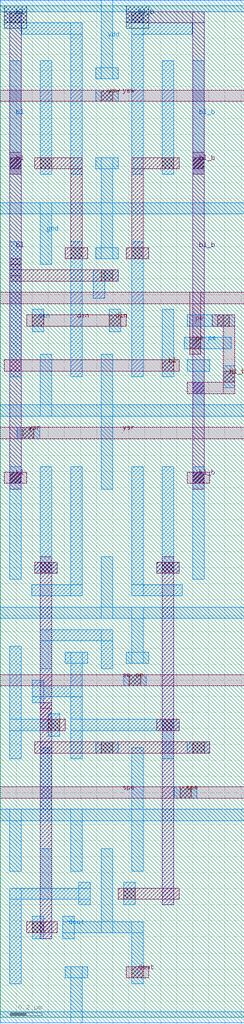
<source format=lef>
VERSION 5.8 ;
BUSBITCHARS "[]" ;
DIVIDERCHAR "/" ;

UNITS
  DATABASE MICRONS 2000 ;
END UNITS

MANUFACTURINGGRID 0.0025 ;

LAYER active
  TYPE MASTERSLICE ;
END active

LAYER pwell
  TYPE MASTERSLICE ;
END pwell

LAYER nwell
  TYPE MASTERSLICE ;
END nwell

LAYER nimplant
  TYPE MASTERSLICE ;
END nimplant

LAYER pimplant
  TYPE MASTERSLICE ;
END pimplant

LAYER vtg
  TYPE MASTERSLICE ;
END vtg

LAYER vth
  TYPE MASTERSLICE ;
END vth

LAYER thkox
  TYPE MASTERSLICE ;
END thkox

LAYER ploy
  TYPE MASTERSLICE ;
END ploy

LAYER contact
  TYPE CUT ;
  SPACING 0.075 ;
END contact

LAYER metal1
  TYPE ROUTING ;
  DIRECTION HORIZONTAL ;
  PITCH 0.19 0.14 ;
  WIDTH 0.065 ;
  OFFSET 0.095 0 ;
  SPACINGTABLE
    PARALLELRUNLENGTH 0
    WIDTH 0 0.065 ;
  RESISTANCE RPERSQ 0.38 ;
  CAPACITANCE CPERSQDIST 7.7161e-05 ;
  HEIGHT 0.37 ;
  THICKNESS 0.13 ;
  EDGECAPACITANCE 2.7365e-05 ;
END metal1

LAYER via1
  TYPE CUT ;
  SPACING 0.075 ;
  WIDTH 0.065 ;
  RESISTANCE 5 ;
END via1

LAYER metal2
  TYPE ROUTING ;
  DIRECTION VERTICAL ;
  PITCH 0.19 0.14 ;
  WIDTH 0.07 ;
  OFFSET 0.095 0 ;
  SPACINGTABLE
    PARALLELRUNLENGTH 0 0.3 0.9 1.8 2.7 4
    WIDTH 0 0.07 0.07 0.07 0.07 0.07 0.07
    WIDTH 0.09 0.07 0.09 0.09 0.09 0.09 0.09
    WIDTH 0.27 0.07 0.09 0.27 0.27 0.27 0.27
    WIDTH 0.5 0.07 0.09 0.27 0.5 0.5 0.5
    WIDTH 0.9 0.07 0.09 0.27 0.5 0.9 0.9
    WIDTH 1.5 0.07 0.09 0.27 0.5 0.9 1.5 ;
  RESISTANCE RPERSQ 0.25 ;
  CAPACITANCE CPERSQDIST 4.0896e-05 ;
  HEIGHT 0.62 ;
  THICKNESS 0.14 ;
  EDGECAPACITANCE 2.5157e-05 ;
END metal2

LAYER via2
  TYPE CUT ;
  SPACING 0.085 ;
  WIDTH 0.07 ;
  RESISTANCE 5 ;
END via2

LAYER metal3
  TYPE ROUTING ;
  DIRECTION HORIZONTAL ;
  PITCH 0.19 0.14 ;
  WIDTH 0.07 ;
  OFFSET 0.095 0.07 ;
  SPACINGTABLE
    PARALLELRUNLENGTH 0 0.3 0.9 1.8 2.7 4
    WIDTH 0 0.07 0.07 0.07 0.07 0.07 0.07
    WIDTH 0.09 0.07 0.09 0.09 0.09 0.09 0.09
    WIDTH 0.27 0.07 0.09 0.27 0.27 0.27 0.27
    WIDTH 0.5 0.07 0.09 0.27 0.5 0.5 0.5
    WIDTH 0.9 0.07 0.09 0.27 0.5 0.9 0.9
    WIDTH 1.5 0.07 0.09 0.27 0.5 0.9 1.5 ;
  RESISTANCE RPERSQ 0.25 ;
  CAPACITANCE CPERSQDIST 2.7745e-05 ;
  HEIGHT 0.88 ;
  THICKNESS 0.14 ;
  EDGECAPACITANCE 2.5157e-05 ;
END metal3

LAYER via3
  TYPE CUT ;
  SPACING 0.085 ;
  WIDTH 0.07 ;
  RESISTANCE 5 ;
END via3

LAYER metal4
  TYPE ROUTING ;
  DIRECTION VERTICAL ;
  PITCH 0.285 0.28 ;
  WIDTH 0.14 ;
  OFFSET 0.285 0.21 ;
  SPACINGTABLE
    PARALLELRUNLENGTH 0 0.9 1.8 2.7 4
    WIDTH 0 0.14 0.14 0.14 0.14 0.14
    WIDTH 0.27 0.14 0.27 0.27 0.27 0.27
    WIDTH 0.5 0.14 0.27 0.5 0.5 0.5
    WIDTH 0.9 0.14 0.27 0.5 0.9 0.9
    WIDTH 1.5 0.14 0.27 0.5 0.9 1.5 ;
  RESISTANCE RPERSQ 0.21 ;
  CAPACITANCE CPERSQDIST 2.0743e-05 ;
  HEIGHT 1.14 ;
  THICKNESS 0.28 ;
  EDGECAPACITANCE 3.0908e-05 ;
END metal4

LAYER via4
  TYPE CUT ;
  SPACING 0.16 ;
  WIDTH 0.14 ;
  RESISTANCE 3 ;
END via4

LAYER metal5
  TYPE ROUTING ;
  DIRECTION HORIZONTAL ;
  PITCH 0.285 0.28 ;
  WIDTH 0.14 ;
  OFFSET 0.285 0.21 ;
  SPACINGTABLE
    PARALLELRUNLENGTH 0 0.9 1.8 2.7 4
    WIDTH 0 0.14 0.14 0.14 0.14 0.14
    WIDTH 0.27 0.14 0.27 0.27 0.27 0.27
    WIDTH 0.5 0.14 0.27 0.5 0.5 0.5
    WIDTH 0.9 0.14 0.27 0.5 0.9 0.9
    WIDTH 1.5 0.14 0.27 0.5 0.9 1.5 ;
  RESISTANCE RPERSQ 0.21 ;
  CAPACITANCE CPERSQDIST 1.3527e-05 ;
  HEIGHT 1.71 ;
  THICKNESS 0.28 ;
  EDGECAPACITANCE 2.3863e-06 ;
END metal5

LAYER via5
  TYPE CUT ;
  SPACING 0.16 ;
  WIDTH 0.14 ;
  RESISTANCE 3 ;
END via5

LAYER metal6
  TYPE ROUTING ;
  DIRECTION VERTICAL ;
  PITCH 0.285 0.28 ;
  WIDTH 0.14 ;
  OFFSET 0.285 0.21 ;
  SPACINGTABLE
    PARALLELRUNLENGTH 0 0.9 1.8 2.7 4
    WIDTH 0 0.14 0.14 0.14 0.14 0.14
    WIDTH 0.27 0.14 0.27 0.27 0.27 0.27
    WIDTH 0.5 0.14 0.27 0.5 0.5 0.5
    WIDTH 0.9 0.14 0.27 0.5 0.9 0.9
    WIDTH 1.5 0.14 0.27 0.5 0.9 1.5 ;
  RESISTANCE RPERSQ 0.21 ;
  CAPACITANCE CPERSQDIST 1.0036e-05 ;
  HEIGHT 2.28 ;
  THICKNESS 0.28 ;
  EDGECAPACITANCE 2.3863e-05 ;
END metal6

LAYER via6
  TYPE CUT ;
  SPACING 0.16 ;
  WIDTH 0.14 ;
  RESISTANCE 3 ;
END via6

LAYER metal7
  TYPE ROUTING ;
  DIRECTION HORIZONTAL ;
  PITCH 0.855 0.855 ;
  WIDTH 0.4 ;
  OFFSET 0.855 0.07 ;
  SPACINGTABLE
    PARALLELRUNLENGTH 0 1.8 2.7 4
    WIDTH 0 0.4 0.4 0.4 0.4
    WIDTH 0.5 0.4 0.5 0.5 0.5
    WIDTH 0.9 0.4 0.5 0.9 0.9
    WIDTH 1.5 0.4 0.5 0.9 1.5 ;
  RESISTANCE RPERSQ 0.075 ;
  CAPACITANCE CPERSQDIST 7.9771e-06 ;
  HEIGHT 2.85 ;
  THICKNESS 0.8 ;
  EDGECAPACITANCE 3.2577e-05 ;
END metal7

LAYER via7
  TYPE CUT ;
  SPACING 0.44 ;
  WIDTH 0.4 ;
  RESISTANCE 1 ;
END via7

LAYER metal8
  TYPE ROUTING ;
  DIRECTION VERTICAL ;
  PITCH 0.855 0.855 ;
  WIDTH 0.4 ;
  OFFSET 0.095 0.07 ;
  SPACINGTABLE
    PARALLELRUNLENGTH 0 1.8 2.7 4
    WIDTH 0 0.4 0.4 0.4 0.4
    WIDTH 0.5 0.4 0.5 0.5 0.5
    WIDTH 0.9 0.4 0.5 0.9 0.9
    WIDTH 1.5 0.4 0.5 0.9 1.5 ;
  RESISTANCE RPERSQ 0.075 ;
  CAPACITANCE CPERSQDIST 5.0391e-06 ;
  HEIGHT 4.47 ;
  THICKNESS 0.8 ;
  EDGECAPACITANCE 2.3932e-05 ;
END metal8

LAYER via8
  TYPE CUT ;
  SPACING 0.44 ;
  WIDTH 0.4 ;
  RESISTANCE 1 ;
END via8

LAYER metal9
  TYPE ROUTING ;
  DIRECTION HORIZONTAL ;
  PITCH 1.71 1.71 ;
  WIDTH 0.8 ;
  OFFSET 0.095 0.07 ;
  SPACINGTABLE
    PARALLELRUNLENGTH 0 2.7 4
    WIDTH 0 0.8 0.8 0.8
    WIDTH 0.9 0.8 0.9 0.9
    WIDTH 1.5 0.8 0.9 1.5 ;
  RESISTANCE RPERSQ 0.03 ;
  CAPACITANCE CPERSQDIST 3.6827e-06 ;
  HEIGHT 6.09 ;
  THICKNESS 2 ;
  EDGECAPACITANCE 3.0803e-05 ;
END metal9

LAYER via9
  TYPE CUT ;
  SPACING 0.88 ;
  WIDTH 0.8 ;
  RESISTANCE 0.5 ;
END via9

LAYER metal10
  TYPE ROUTING ;
  DIRECTION VERTICAL ;
  PITCH 1.71 1.71 ;
  WIDTH 0.8 ;
  OFFSET 0.095 0.07 ;
  SPACINGTABLE
    PARALLELRUNLENGTH 0 2.7 4
    WIDTH 0 0.8 0.8 0.8
    WIDTH 0.9 0.8 0.9 0.9
    WIDTH 1.5 0.8 0.9 1.5 ;
  RESISTANCE RPERSQ 0.03 ;
  CAPACITANCE CPERSQDIST 2.2124e-06 ;
  HEIGHT 10.09 ;
  THICKNESS 2 ;
  EDGECAPACITANCE 2.3667e-05 ;
END metal10

LAYER OVERLAP
  TYPE OVERLAP ;
END OVERLAP

VIA via1_HH DEFAULT
  LAYER via1 ;
    RECT -0.035 -0.035 0.035 0.035 ;
  LAYER metal1 ;
    RECT -0.07 -0.035 0.07 0.035 ;
  LAYER metal2 ;
    RECT -0.07 -0.035 0.07 0.035 ;
END via1_HH

VIA via1_HV DEFAULT
  LAYER via1 ;
    RECT -0.035 -0.035 0.035 0.035 ;
  LAYER metal1 ;
    RECT -0.07 -0.035 0.07 0.035 ;
  LAYER metal2 ;
    RECT -0.035 -0.07 0.035 0.07 ;
END via1_HV

VIA via1_VH DEFAULT
  LAYER via1 ;
    RECT -0.035 -0.035 0.035 0.035 ;
  LAYER metal1 ;
    RECT -0.035 -0.07 0.035 0.07 ;
  LAYER metal2 ;
    RECT -0.07 -0.035 0.07 0.035 ;
END via1_VH

VIA via1_VV DEFAULT
  LAYER via1 ;
    RECT -0.035 -0.035 0.035 0.035 ;
  LAYER metal1 ;
    RECT -0.035 -0.07 0.035 0.07 ;
  LAYER metal2 ;
    RECT -0.035 -0.07 0.035 0.07 ;
END via1_VV

VIA via2_HH DEFAULT
  LAYER via2 ;
    RECT -0.035 -0.035 0.035 0.035 ;
  LAYER metal2 ;
    RECT -0.07 -0.035 0.07 0.035 ;
  LAYER metal3 ;
    RECT -0.07 -0.035 0.07 0.035 ;
END via2_HH

VIA via2_HV DEFAULT
  LAYER via2 ;
    RECT -0.035 -0.035 0.035 0.035 ;
  LAYER metal2 ;
    RECT -0.07 -0.035 0.07 0.035 ;
  LAYER metal3 ;
    RECT -0.035 -0.07 0.035 0.07 ;
END via2_HV

VIA via3_H DEFAULT
  LAYER via3 ;
    RECT -0.035 -0.035 0.035 0.035 ;
  LAYER metal3 ;
    RECT -0.07 -0.035 0.07 0.035 ;
  LAYER metal4 ;
    RECT -0.07 -0.07 0.07 0.07 ;
END via3_H

VIA via3_V DEFAULT
  LAYER via3 ;
    RECT -0.035 -0.035 0.035 0.035 ;
  LAYER metal3 ;
    RECT -0.035 -0.07 0.035 0.07 ;
  LAYER metal4 ;
    RECT -0.07 -0.07 0.07 0.07 ;
END via3_V

VIA via4 DEFAULT
  LAYER via4 ;
    RECT -0.07 -0.07 0.07 0.07 ;
  LAYER metal4 ;
    RECT -0.07 -0.07 0.07 0.07 ;
  LAYER metal5 ;
    RECT -0.07 -0.07 0.07 0.07 ;
END via4

VIA via5 DEFAULT
  LAYER via5 ;
    RECT -0.07 -0.07 0.07 0.07 ;
  LAYER metal5 ;
    RECT -0.07 -0.07 0.07 0.07 ;
  LAYER metal6 ;
    RECT -0.07 -0.07 0.07 0.07 ;
END via5

VIA via6 DEFAULT
  LAYER via6 ;
    RECT -0.07 -0.07 0.07 0.07 ;
  LAYER metal6 ;
    RECT -0.07 -0.07 0.07 0.07 ;
  LAYER metal7 ;
    RECT -0.2 -0.2 0.2 0.2 ;
END via6

VIA via7 DEFAULT
  LAYER via7 ;
    RECT -0.2 -0.2 0.2 0.2 ;
  LAYER metal7 ;
    RECT -0.2 -0.2 0.2 0.2 ;
  LAYER metal8 ;
    RECT -0.2 -0.2 0.2 0.2 ;
END via7

VIA via8 DEFAULT
  LAYER via8 ;
    RECT -0.2 -0.2 0.2 0.2 ;
  LAYER metal8 ;
    RECT -0.2 -0.2 0.2 0.2 ;
  LAYER metal9 ;
    RECT -0.4 -0.4 0.4 0.4 ;
END via8

VIA via9 DEFAULT
  LAYER via9 ;
    RECT -0.4 -0.4 0.4 0.4 ;
  LAYER metal9 ;
    RECT -0.4 -0.4 0.4 0.4 ;
  LAYER metal10 ;
    RECT -0.4 -0.4 0.4 0.4 ;
END via9

SITE CoreSite
  CLASS CORE ;
  SYMMETRY X Y ;
  SIZE 0.19 BY 1.26 ;
END CoreSite

MACRO inverter
  CLASS CORE ;
  ORIGIN 0 0 ;
  FOREIGN inverter 0 0 ;
  SIZE 0.38 BY 1.26 ;
  SYMMETRY X Y ;
  SITE CoreSite ;
  PIN out
    DIRECTION OUTPUT ;
    USE SIGNAL ;
    PORT
      LAYER metal1 ;
        RECT 0.25 0.21 0.32 1.05 ;
      LAYER metal2 ;
        RECT 0.25 0.84 0.32 0.98 ;
      LAYER metal3 ;
        RECT 0.215 0.875 0.355 0.945 ;
      LAYER via2 ;
        RECT 0.25 0.875 0.32 0.945 ;
      LAYER via1 ;
        RECT 0.25 0.875 0.32 0.945 ;
    END
  END out
  PIN vdd
    DIRECTION INOUT ;
    USE POWER ;
    SHAPE ABUTMENT ;
    PORT
      LAYER metal1 ;
        RECT 0 1.225 0.38 1.295 ;
        RECT 0.06 0.91 0.13 1.295 ;
    END
  END vdd
  PIN gnd
    DIRECTION INOUT ;
    USE GROUND ;
    SHAPE ABUTMENT ;
    PORT
      LAYER metal1 ;
        RECT 0 -0.035 0.38 0.035 ;
        RECT 0.06 -0.035 0.13 0.35 ;
    END
  END gnd
  PIN in
    DIRECTION INPUT ;
    USE SIGNAL ;
    PORT
      LAYER metal1 ;
        RECT 0.115 0.42 0.185 0.56 ;
      LAYER metal2 ;
        RECT 0.115 0.42 0.185 0.56 ;
      LAYER metal3 ;
        RECT 0.08 0.455 0.22 0.525 ;
      LAYER via2 ;
        RECT 0.115 0.455 0.185 0.525 ;
      LAYER via1 ;
        RECT 0.115 0.455 0.185 0.525 ;
    END
  END in
END inverter

MACRO nand2
  CLASS CORE ;
  ORIGIN 0 0 ;
  FOREIGN nand2 0 0 ;
  SIZE 0.57 BY 1.26 ;
  SYMMETRY X Y ;
  SITE CoreSite ;
  PIN out
    DIRECTION OUTPUT ;
    USE SIGNAL ;
    PORT
      LAYER metal1 ;
        RECT 0.44 0.21 0.51 0.35 ;
        RECT 0.215 0.245 0.51 0.315 ;
        RECT 0.25 0.245 0.32 1.05 ;
      LAYER metal2 ;
        RECT 0.215 0.245 0.355 0.315 ;
      LAYER metal3 ;
        RECT 0.215 0.245 0.355 0.315 ;
      LAYER via2 ;
        RECT 0.25 0.245 0.32 0.315 ;
      LAYER via1 ;
        RECT 0.25 0.245 0.32 0.315 ;
    END
  END out
  PIN gnd
    DIRECTION INOUT ;
    USE GROUND ;
    SHAPE ABUTMENT ;
    PORT
      LAYER metal1 ;
        RECT 0 -0.035 0.57 0.035 ;
        RECT 0.06 -0.035 0.13 0.35 ;
    END
  END gnd
  PIN in_0
    DIRECTION INPUT ;
    USE SIGNAL ;
    PORT
      LAYER metal1 ;
        RECT 0.115 0.42 0.185 0.56 ;
      LAYER metal2 ;
        RECT 0.115 0.455 0.355 0.525 ;
        RECT 0.115 0.42 0.185 0.56 ;
      LAYER metal3 ;
        RECT 0.215 0.455 0.355 0.525 ;
      LAYER via2 ;
        RECT 0.25 0.455 0.32 0.525 ;
      LAYER via1 ;
        RECT 0.115 0.455 0.185 0.525 ;
    END
  END in_0
  PIN in_1
    DIRECTION INPUT ;
    USE SIGNAL ;
    PORT
      LAYER metal1 ;
        RECT 0.385 0.7 0.455 0.84 ;
      LAYER metal2 ;
        RECT 0.385 0.7 0.455 0.84 ;
        RECT 0.215 0.735 0.455 0.805 ;
      LAYER metal3 ;
        RECT 0.215 0.735 0.355 0.805 ;
      LAYER via2 ;
        RECT 0.25 0.735 0.32 0.805 ;
      LAYER via1 ;
        RECT 0.385 0.735 0.455 0.805 ;
    END
  END in_1
  PIN vdd
    DIRECTION INOUT ;
    USE POWER ;
    SHAPE ABUTMENT ;
    PORT
      LAYER metal1 ;
        RECT 0 1.225 0.57 1.295 ;
        RECT 0.44 0.91 0.51 1.295 ;
        RECT 0.06 0.91 0.13 1.295 ;
    END
  END vdd
END nand2

MACRO nor2
  CLASS CORE ;
  ORIGIN 0 0 ;
  FOREIGN nor2 0 0 ;
  SIZE 0.57 BY 1.26 ;
  SYMMETRY X Y ;
  SITE CoreSite ;
  PIN gnd
    DIRECTION INOUT ;
    USE GROUND ;
    SHAPE ABUTMENT ;
    PORT
      LAYER metal1 ;
        RECT 0 -0.035 0.57 0.035 ;
        RECT 0.44 -0.035 0.51 0.35 ;
        RECT 0.06 -0.035 0.13 0.35 ;
    END
  END gnd
  PIN in_1
    DIRECTION INPUT ;
    USE SIGNAL ;
    PORT
      LAYER metal1 ;
        RECT 0.385 0.7 0.455 0.84 ;
      LAYER metal2 ;
        RECT 0.385 0.7 0.455 0.84 ;
        RECT 0.215 0.735 0.455 0.805 ;
      LAYER metal3 ;
        RECT 0.215 0.735 0.355 0.805 ;
      LAYER via2 ;
        RECT 0.25 0.735 0.32 0.805 ;
      LAYER via1 ;
        RECT 0.385 0.735 0.455 0.805 ;
    END
  END in_1
  PIN out
    DIRECTION OUTPUT ;
    USE SIGNAL ;
    PORT
      LAYER metal1 ;
        RECT 0.44 0.91 0.51 1.05 ;
        RECT 0.25 0.945 0.51 1.015 ;
        RECT 0.25 0.21 0.32 1.015 ;
      LAYER metal2 ;
        RECT 0.215 0.245 0.355 0.315 ;
      LAYER metal3 ;
        RECT 0.215 0.245 0.355 0.315 ;
      LAYER via2 ;
        RECT 0.25 0.245 0.32 0.315 ;
      LAYER via1 ;
        RECT 0.25 0.245 0.32 0.315 ;
    END
  END out
  PIN vdd
    DIRECTION INOUT ;
    USE POWER ;
    SHAPE ABUTMENT ;
    PORT
      LAYER metal1 ;
        RECT 0 1.225 0.57 1.295 ;
        RECT 0.06 0.91 0.13 1.295 ;
    END
  END vdd
  PIN in_0
    DIRECTION INPUT ;
    USE SIGNAL ;
    PORT
      LAYER metal1 ;
        RECT 0.115 0.42 0.185 0.56 ;
      LAYER metal2 ;
        RECT 0.115 0.455 0.355 0.525 ;
        RECT 0.115 0.42 0.185 0.56 ;
      LAYER metal3 ;
        RECT 0.215 0.455 0.355 0.525 ;
      LAYER via2 ;
        RECT 0.25 0.455 0.32 0.525 ;
      LAYER via1 ;
        RECT 0.115 0.455 0.185 0.525 ;
    END
  END in_0
END nor2

MACRO buffer
  CLASS CORE ;
  ORIGIN 0 0 ;
  FOREIGN buffer 0 0 ;
  SIZE 0.57 BY 1.26 ;
  SYMMETRY X Y ;
  SITE CoreSite ;
  PIN vdd
    DIRECTION INOUT ;
    USE POWER ;
    SHAPE ABUTMENT ;
    PORT
      LAYER metal1 ;
        RECT 0 1.225 0.57 1.295 ;
        RECT 0.215 0.945 0.355 1.015 ;
        RECT 0.25 0.945 0.32 1.295 ;
    END
  END vdd
  PIN gnd
    DIRECTION INOUT ;
    USE GROUND ;
    SHAPE ABUTMENT ;
    PORT
      LAYER metal1 ;
        RECT 0 -0.035 0.57 0.035 ;
        RECT 0.215 0.245 0.355 0.315 ;
        RECT 0.25 -0.035 0.32 0.315 ;
    END
  END gnd
  PIN in
    DIRECTION INPUT ;
    USE SIGNAL ;
    PORT
      LAYER metal1 ;
        RECT 0.115 0.56 0.185 0.7 ;
      LAYER metal2 ;
        RECT 0.115 0.56 0.185 0.7 ;
      LAYER metal3 ;
        RECT 0.08 0.595 0.22 0.665 ;
      LAYER via2 ;
        RECT 0.115 0.595 0.185 0.665 ;
      LAYER via1 ;
        RECT 0.115 0.595 0.185 0.665 ;
    END
  END in
  PIN out
    DIRECTION OUTPUT ;
    USE SIGNAL ;
    PORT
      LAYER metal1 ;
        RECT 0.44 0.21 0.51 1.05 ;
      LAYER metal2 ;
        RECT 0.44 0.77 0.51 0.91 ;
      LAYER metal3 ;
        RECT 0.405 0.805 0.545 0.875 ;
      LAYER via2 ;
        RECT 0.44 0.805 0.51 0.875 ;
      LAYER via1 ;
        RECT 0.44 0.805 0.51 0.875 ;
    END
  END out
  OBS
    LAYER metal1 ;
      RECT 0.06 0.805 0.13 1.05 ;
      RECT 0.06 0.805 0.375 0.875 ;
      RECT 0.305 0.385 0.375 0.875 ;
      RECT 0.06 0.385 0.375 0.455 ;
      RECT 0.06 0.21 0.13 0.455 ;
  END
END buffer

MACRO xor2
  CLASS CORE ;
  ORIGIN 0 0 ;
  FOREIGN xor2 0 0 ;
  SIZE 1.33 BY 1.26 ;
  SYMMETRY X Y ;
  SITE CoreSite ;
  PIN in_1
    DIRECTION INPUT ;
    USE SIGNAL ;
    PORT
      LAYER metal1 ;
        RECT 0.765 0.665 0.905 0.735 ;
        RECT 0.36 0.63 0.43 0.77 ;
      LAYER metal2 ;
        RECT 0.325 0.665 0.905 0.735 ;
        RECT 0.82 0.665 0.89 0.84 ;
      LAYER metal3 ;
        RECT 0.785 0.735 0.925 0.805 ;
      LAYER via2 ;
        RECT 0.82 0.735 0.89 0.805 ;
      LAYER via1 ;
        RECT 0.36 0.665 0.43 0.735 ;
        RECT 0.8 0.665 0.87 0.735 ;
    END
  END in_1
  PIN in_0
    DIRECTION INPUT ;
    USE SIGNAL ;
    PORT
      LAYER metal1 ;
        RECT 0.495 0.49 0.565 0.63 ;
        RECT 0.115 0.49 0.185 0.63 ;
      LAYER metal2 ;
        RECT 0.08 0.525 0.6 0.595 ;
        RECT 0.44 0.42 0.51 0.595 ;
      LAYER metal3 ;
        RECT 0.405 0.455 0.545 0.525 ;
      LAYER via2 ;
        RECT 0.44 0.455 0.51 0.525 ;
      LAYER via1 ;
        RECT 0.115 0.525 0.185 0.595 ;
        RECT 0.495 0.525 0.565 0.595 ;
    END
  END in_0
  PIN out
    DIRECTION OUTPUT ;
    USE SIGNAL ;
    PORT
      LAYER metal1 ;
        RECT 1.01 0.665 1.27 0.735 ;
        RECT 1.2 0.21 1.27 0.735 ;
        RECT 1.01 0.665 1.08 1.05 ;
        RECT 0.06 0.21 0.13 0.385 ;
      LAYER metal2 ;
        RECT 1.2 0.245 1.27 0.385 ;
        RECT 0.06 0.245 1.27 0.315 ;
        RECT 1.01 0.245 1.08 0.42 ;
        RECT 0.06 0.245 0.13 0.385 ;
      LAYER metal3 ;
        RECT 0.975 0.315 1.115 0.385 ;
      LAYER via2 ;
        RECT 1.01 0.315 1.08 0.385 ;
      LAYER via1 ;
        RECT 0.06 0.28 0.13 0.35 ;
        RECT 1.2 0.28 1.27 0.35 ;
    END
  END out
  PIN gnd
    DIRECTION INOUT ;
    USE GROUND ;
    SHAPE ABUTMENT ;
    PORT
      LAYER metal1 ;
        RECT 0 -0.035 1.33 0.035 ;
        RECT 1.01 -0.035 1.08 0.35 ;
        RECT 0.82 -0.035 0.89 0.35 ;
        RECT 0.44 -0.035 0.51 0.35 ;
    END
  END gnd
  PIN vdd
    DIRECTION INOUT ;
    USE POWER ;
    SHAPE ABUTMENT ;
    PORT
      LAYER metal1 ;
        RECT 0 1.225 1.33 1.295 ;
        RECT 0.44 0.91 0.51 1.295 ;
        RECT 0.06 0.91 0.13 1.295 ;
    END
  END vdd
  OBS
    LAYER metal1 ;
      RECT 0.63 0.945 0.925 1.015 ;
      RECT 0.63 0.21 0.7 1.015 ;
      RECT 0.63 0.525 1.135 0.595 ;
      RECT 1.2 0.91 1.27 1.05 ;
      RECT 0.25 0.875 0.32 1.05 ;
    LAYER metal2 ;
      RECT 0.215 0.945 1.305 1.015 ;
    LAYER via1 ;
      RECT 1.2 0.945 1.27 1.015 ;
      RECT 0.25 0.945 0.32 1.015 ;
  END
END xor2

MACRO mux_2_1
  CLASS CORE ;
  ORIGIN 0 0 ;
  FOREIGN mux_2_1 0 0 ;
  SIZE 1.71 BY 1.26 ;
  SYMMETRY X Y ;
  SITE CoreSite ;
  PIN out
    DIRECTION OUTPUT ;
    USE SIGNAL ;
    PORT
      LAYER metal1 ;
        RECT 1.58 0.21 1.65 0.35 ;
        RECT 1.39 0.245 1.65 0.315 ;
        RECT 1.39 0.21 1.46 1.05 ;
      LAYER metal2 ;
        RECT 1.39 0.21 1.46 0.42 ;
      LAYER metal3 ;
        RECT 1.355 0.315 1.495 0.385 ;
      LAYER via2 ;
        RECT 1.39 0.315 1.46 0.385 ;
      LAYER via1 ;
        RECT 1.39 0.245 1.46 0.315 ;
    END
  END out
  PIN gnd
    DIRECTION INOUT ;
    USE GROUND ;
    SHAPE ABUTMENT ;
    PORT
      LAYER metal1 ;
        RECT 0 -0.035 1.71 0.035 ;
        RECT 1.165 0.245 1.305 0.315 ;
        RECT 1.2 -0.035 1.27 0.315 ;
        RECT 0.25 -0.035 0.32 0.35 ;
    END
  END gnd
  PIN s
    DIRECTION INPUT ;
    USE SIGNAL ;
    PORT
      LAYER metal1 ;
        RECT 0.215 0.805 0.355 0.875 ;
      LAYER metal2 ;
        RECT 0.25 0.77 0.32 0.91 ;
      LAYER metal3 ;
        RECT 0.215 0.805 0.355 0.875 ;
      LAYER via2 ;
        RECT 0.25 0.805 0.32 0.875 ;
      LAYER via1 ;
        RECT 0.25 0.805 0.32 0.875 ;
    END
  END s
  PIN in_0
    DIRECTION INPUT ;
    USE SIGNAL ;
    PORT
      LAYER metal1 ;
        RECT 0.805 0.665 0.945 0.735 ;
      LAYER metal2 ;
        RECT 0.805 0.665 1.08 0.735 ;
        RECT 1.01 0.56 1.08 0.735 ;
      LAYER metal3 ;
        RECT 0.975 0.595 1.115 0.665 ;
      LAYER via2 ;
        RECT 1.01 0.595 1.08 0.665 ;
      LAYER via1 ;
        RECT 0.84 0.665 0.91 0.735 ;
    END
  END in_0
  PIN vdd
    DIRECTION INOUT ;
    USE POWER ;
    SHAPE ABUTMENT ;
    PORT
      LAYER metal1 ;
        RECT 0 1.225 1.71 1.295 ;
        RECT 1.545 0.945 1.685 1.015 ;
        RECT 1.58 0.945 1.65 1.295 ;
        RECT 1.2 0.91 1.27 1.295 ;
        RECT 0.82 0.91 0.89 1.295 ;
        RECT 0.595 0.945 0.735 1.015 ;
        RECT 0.63 0.945 0.7 1.295 ;
        RECT 0.215 0.945 0.355 1.015 ;
        RECT 0.25 0.945 0.32 1.295 ;
    END
  END vdd
  PIN in_1
    DIRECTION INPUT ;
    USE SIGNAL ;
    PORT
      LAYER metal1 ;
        RECT 0.495 0.49 0.565 0.63 ;
      LAYER metal2 ;
        RECT 0.46 0.525 0.7 0.595 ;
        RECT 0.63 0.42 0.7 0.595 ;
      LAYER metal3 ;
        RECT 0.595 0.455 0.735 0.525 ;
      LAYER via2 ;
        RECT 0.63 0.455 0.7 0.525 ;
      LAYER via1 ;
        RECT 0.495 0.525 0.565 0.595 ;
    END
  END in_1
  OBS
    LAYER metal1 ;
      RECT 1.01 0.525 1.08 1.05 ;
      RECT 1.255 0.525 1.325 0.77 ;
      RECT 0.82 0.525 1.325 0.595 ;
      RECT 0.82 0.21 0.89 0.595 ;
      RECT 0.44 0.805 0.51 1.05 ;
      RECT 0.44 0.805 0.7 0.875 ;
      RECT 0.63 0.21 0.7 0.875 ;
      RECT 1.525 0.805 1.665 0.875 ;
      RECT 1.02 0.385 1.16 0.455 ;
      RECT 0.06 0.21 0.13 1.05 ;
    LAYER metal2 ;
      RECT 1.055 0.245 1.125 0.49 ;
      RECT 0.06 0.245 0.13 0.49 ;
      RECT 0.06 0.245 1.125 0.315 ;
      RECT 0.56 0.805 1.665 0.875 ;
    LAYER via1 ;
      RECT 1.56 0.805 1.63 0.875 ;
      RECT 1.055 0.385 1.125 0.455 ;
      RECT 0.595 0.805 0.665 0.875 ;
      RECT 0.06 0.385 0.13 0.455 ;
  END
END mux_2_1

MACRO dcim_bitcell
  CLASS CORE ;
  ORIGIN 0 0 ;
  FOREIGN dcim_bitcell 0 0 ;
  SIZE 1.52 BY 1.26 ;
  SYMMETRY X Y ;
  SITE CoreSite ;
  PIN gnd
    DIRECTION INOUT ;
    USE GROUND ;
    SHAPE ABUTMENT ;
    PORT
      LAYER metal1 ;
        RECT 0 -0.035 1.52 0.035 ;
        RECT 1.39 -0.035 1.46 0.35 ;
        RECT 1.01 -0.035 1.08 0.35 ;
        RECT 0.44 -0.035 0.51 0.35 ;
    END
  END gnd
  PIN wl
    DIRECTION INPUT ;
    USE SIGNAL ;
    PORT
      LAYER metal1 ;
        RECT 0.785 0.525 0.925 0.595 ;
        RECT 0.06 0.49 0.13 0.63 ;
      LAYER metal2 ;
        RECT 0 1.085 1.52 1.155 ;
        RECT 0.82 0.49 0.89 1.155 ;
        RECT 0.06 0.49 0.13 1.155 ;
      LAYER via1 ;
        RECT 0.06 0.525 0.13 0.595 ;
        RECT 0.82 0.525 0.89 0.595 ;
    END
  END wl
  PIN bl
    DIRECTION INOUT ;
    USE SIGNAL ;
    PORT
      LAYER metal3 ;
        RECT 0.025 0.245 0.165 0.315 ;
      LAYER metal4 ;
        RECT 0.025 0 0.165 1.26 ;
      LAYER metal1 ;
        RECT 0.06 0.21 0.13 0.35 ;
      LAYER metal2 ;
        RECT 0.025 0.245 0.165 0.315 ;
      LAYER via3 ;
        RECT 0.06 0.245 0.13 0.315 ;
      LAYER via2 ;
        RECT 0.06 0.245 0.13 0.315 ;
      LAYER via1 ;
        RECT 0.06 0.245 0.13 0.315 ;
    END
  END bl
  PIN vdd
    DIRECTION INOUT ;
    USE POWER ;
    SHAPE ABUTMENT ;
    PORT
      LAYER metal1 ;
        RECT 0 1.225 1.52 1.295 ;
        RECT 1.01 0.91 1.08 1.295 ;
        RECT 0.405 0.945 0.545 1.015 ;
        RECT 0.44 0.945 0.51 1.295 ;
    END
  END vdd
  PIN bl_b
    DIRECTION INOUT ;
    USE SIGNAL ;
    PORT
      LAYER metal3 ;
        RECT 0.785 0.245 0.925 0.315 ;
      LAYER metal4 ;
        RECT 0.785 0 0.925 1.26 ;
      LAYER metal1 ;
        RECT 0.82 0.21 0.89 0.35 ;
      LAYER metal2 ;
        RECT 0.785 0.245 0.925 0.315 ;
      LAYER via3 ;
        RECT 0.82 0.245 0.89 0.315 ;
      LAYER via2 ;
        RECT 0.82 0.245 0.89 0.315 ;
      LAYER via1 ;
        RECT 0.82 0.245 0.89 0.315 ;
    END
  END bl_b
  PIN out
    DIRECTION OUTPUT ;
    USE SIGNAL ;
    PORT
      LAYER metal3 ;
        RECT 0.975 0.875 1.115 0.945 ;
      LAYER metal1 ;
        RECT 1.39 0.91 1.46 1.05 ;
        RECT 1.165 0.945 1.46 1.015 ;
        RECT 1.2 0.21 1.27 1.015 ;
      LAYER metal2 ;
        RECT 1.01 0.945 1.305 1.015 ;
        RECT 1.01 0.84 1.08 1.015 ;
      LAYER via2 ;
        RECT 1.01 0.875 1.08 0.945 ;
      LAYER via1 ;
        RECT 1.2 0.945 1.27 1.015 ;
    END
  END out
  PIN in_b
    DIRECTION INPUT ;
    USE SIGNAL ;
    PORT
      LAYER metal1 ;
        RECT 1.335 0.49 1.405 0.63 ;
      LAYER metal2 ;
        RECT 0 0.105 1.52 0.175 ;
        RECT 1.335 0.105 1.405 0.63 ;
      LAYER via1 ;
        RECT 1.335 0.525 1.405 0.595 ;
    END
  END in_b
  OBS
    LAYER metal1 ;
      RECT 0.63 0.21 0.7 1.05 ;
      RECT 0.39 0.7 0.46 0.84 ;
      RECT 0.39 0.735 0.7 0.805 ;
      RECT 0.63 0.665 1.135 0.735 ;
      RECT 0.25 0.21 0.32 1.05 ;
      RECT 0.49 0.49 0.56 0.63 ;
      RECT 0.25 0.525 0.56 0.595 ;
  END
END dcim_bitcell

MACRO sram_rw
  CLASS CORE ;
  ORIGIN 0 0 ;
  FOREIGN sram_rw 0 0 ;
  SIZE 1.52 BY 6.3 ;
  SYMMETRY X Y ;
  SITE CoreSite ;
  PIN pe
    DIRECTION INPUT ;
    USE SIGNAL ;
    PORT
      LAYER metal1 ;
        RECT 1.145 4.165 1.44 4.235 ;
      LAYER metal2 ;
        RECT 0 4.445 1.52 4.515 ;
        RECT 1.18 4.13 1.25 4.515 ;
      LAYER via1 ;
        RECT 1.18 4.165 1.25 4.235 ;
    END
  END pe
  PIN ysw
    DIRECTION INPUT ;
    USE SIGNAL ;
    PORT
      LAYER metal1 ;
        RECT 0.595 5.705 0.735 5.775 ;
      LAYER metal2 ;
        RECT 0 5.705 1.52 5.775 ;
      LAYER via1 ;
        RECT 0.63 5.705 0.7 5.775 ;
    END
  END ysw
  PIN bl
    DIRECTION INOUT ;
    USE SIGNAL ;
    PORT
      LAYER metal3 ;
        RECT 0.025 6.195 0.165 6.265 ;
        RECT 0.06 3.29 0.13 6.265 ;
      LAYER metal4 ;
        RECT 0.025 6.16 0.165 6.3 ;
      LAYER metal1 ;
        RECT 1.01 3.99 1.08 4.41 ;
        RECT 0.06 2.73 0.13 3.43 ;
        RECT 0.06 5.25 0.13 5.96 ;
      LAYER metal2 ;
        RECT 0.025 4.025 1.115 4.095 ;
        RECT 0.025 3.325 0.165 3.395 ;
        RECT 0.06 5.25 0.13 5.39 ;
      LAYER via3 ;
        RECT 0.06 6.195 0.13 6.265 ;
      LAYER via2 ;
        RECT 0.06 5.285 0.13 5.355 ;
        RECT 0.06 4.025 0.13 4.095 ;
        RECT 0.06 3.325 0.13 3.395 ;
      LAYER via1 ;
        RECT 0.06 5.285 0.13 5.355 ;
        RECT 0.06 3.325 0.13 3.395 ;
        RECT 1.01 4.025 1.08 4.095 ;
    END
  END bl
  PIN gnd
    DIRECTION INOUT ;
    USE GROUND ;
    SHAPE ABUTMENT ;
    PORT
      LAYER metal1 ;
        RECT 0 -0.035 1.52 0.035 ;
        RECT 0.405 0.245 0.545 0.315 ;
        RECT 0.44 -0.035 0.51 0.315 ;
        RECT 0 2.485 1.52 2.555 ;
        RECT 0.785 2.205 0.925 2.275 ;
        RECT 0.82 2.205 0.89 2.555 ;
        RECT 0.63 2.485 0.7 2.87 ;
        RECT 0 5.005 1.52 5.075 ;
        RECT 0.595 5.285 0.735 5.355 ;
        RECT 0.595 4.725 0.735 4.795 ;
        RECT 0.63 4.725 0.7 5.355 ;
        RECT 0.25 4.69 0.32 5.075 ;
    END
  END gnd
  PIN vdd
    DIRECTION INOUT ;
    USE POWER ;
    SHAPE ABUTMENT ;
    PORT
      LAYER metal1 ;
        RECT 0 1.225 1.52 1.295 ;
        RECT 0.82 0.91 0.89 1.68 ;
        RECT 0.44 0.91 0.51 1.295 ;
        RECT 0.25 1.225 0.32 1.68 ;
        RECT 0.06 0.91 0.13 1.295 ;
        RECT 0 3.745 1.52 3.815 ;
        RECT 1.165 4.025 1.305 4.095 ;
        RECT 1.2 3.745 1.27 4.095 ;
        RECT 0.63 3.29 0.7 4.13 ;
        RECT 0.25 3.745 0.32 4.13 ;
        RECT 0 6.265 1.52 6.335 ;
        RECT 0.595 5.845 0.735 5.915 ;
        RECT 0.63 5.845 0.7 6.335 ;
    END
  END vdd
  PIN din
    DIRECTION INPUT ;
    USE SIGNAL ;
    PORT
      LAYER metal1 ;
        RECT 0.68 4.27 0.75 4.41 ;
        RECT 0.2 4.27 0.27 4.41 ;
      LAYER metal2 ;
        RECT 0.165 4.305 0.785 4.375 ;
      LAYER via1 ;
        RECT 0.2 4.305 0.27 4.375 ;
        RECT 0.68 4.305 0.75 4.375 ;
    END
  END din
  PIN ysr
    DIRECTION INPUT ;
    USE SIGNAL ;
    PORT
      LAYER metal1 ;
        RECT 0.105 3.605 0.245 3.675 ;
      LAYER metal2 ;
        RECT 0 3.605 1.52 3.675 ;
      LAYER via1 ;
        RECT 0.14 3.605 0.21 3.675 ;
    END
  END ysr
  PIN se
    DIRECTION INPUT ;
    USE SIGNAL ;
    PORT
      LAYER metal1 ;
        RECT 0.77 2.065 0.91 2.135 ;
      LAYER metal2 ;
        RECT 0 2.065 1.52 2.135 ;
      LAYER via1 ;
        RECT 0.805 2.065 0.875 2.135 ;
    END
  END se
  PIN spe
    DIRECTION INPUT ;
    USE SIGNAL ;
    PORT
      LAYER metal1 ;
        RECT 1.085 1.365 1.225 1.435 ;
      LAYER metal2 ;
        RECT 0 1.365 1.52 1.435 ;
      LAYER via1 ;
        RECT 1.12 1.365 1.19 1.435 ;
    END
  END spe
  PIN dout
    DIRECTION OUTPUT ;
    USE SIGNAL ;
    PORT
      LAYER metal1 ;
        RECT 0.39 0.525 0.89 0.595 ;
        RECT 0.82 0.21 0.89 0.595 ;
        RECT 0.63 0.525 0.7 1.05 ;
        RECT 0.39 0.49 0.46 0.63 ;
      LAYER metal2 ;
        RECT 0.785 0.245 0.925 0.315 ;
      LAYER via1 ;
        RECT 0.82 0.245 0.89 0.315 ;
    END
  END dout
  PIN bl_b
    DIRECTION INOUT ;
    USE SIGNAL ;
    PORT
      LAYER metal3 ;
        RECT 0.785 6.195 1.27 6.265 ;
        RECT 1.2 3.29 1.27 6.265 ;
      LAYER metal4 ;
        RECT 0.785 6.16 0.925 6.3 ;
      LAYER metal1 ;
        RECT 1.39 3.92 1.46 4.06 ;
        RECT 1.165 4.305 1.46 4.375 ;
        RECT 1.2 2.73 1.27 3.43 ;
        RECT 1.2 5.25 1.27 5.96 ;
      LAYER metal2 ;
        RECT 1.32 4.305 1.46 4.375 ;
        RECT 1.39 3.885 1.46 4.375 ;
        RECT 1.165 3.885 1.46 3.955 ;
        RECT 1.165 3.325 1.305 3.395 ;
        RECT 1.2 5.25 1.27 5.39 ;
      LAYER via3 ;
        RECT 0.82 6.195 0.89 6.265 ;
      LAYER via2 ;
        RECT 1.2 5.285 1.27 5.355 ;
        RECT 1.2 3.885 1.27 3.955 ;
        RECT 1.2 3.325 1.27 3.395 ;
      LAYER via1 ;
        RECT 1.2 5.285 1.27 5.355 ;
        RECT 1.2 3.325 1.27 3.395 ;
        RECT 1.355 4.305 1.425 4.375 ;
        RECT 1.39 3.955 1.46 4.025 ;
    END
  END bl_b
  OBS
    LAYER metal1 ;
      RECT 0.82 6.125 1.195 6.195 ;
      RECT 0.82 5.25 0.89 6.195 ;
      RECT 0.82 2.625 0.89 3.43 ;
      RECT 0.82 2.625 1.135 2.695 ;
      RECT 0.405 2.205 0.545 2.275 ;
      RECT 0.44 1.61 0.51 2.275 ;
      RECT 0.2 1.96 0.27 2.1 ;
      RECT 0.2 1.995 0.51 2.065 ;
      RECT 0.44 1.785 1.115 1.855 ;
      RECT 1.01 1.61 1.08 1.855 ;
      RECT 1.01 2.765 1.08 3.43 ;
      RECT 0.975 2.765 1.115 2.835 ;
      RECT 0.58 4.585 0.735 4.655 ;
      RECT 0.58 4.48 0.65 4.655 ;
      RECT 0.25 2.345 0.7 2.415 ;
      RECT 0.63 2.17 0.7 2.415 ;
      RECT 0.25 2.17 0.32 2.415 ;
      RECT 0.25 0.735 0.32 1.05 ;
      RECT 0.49 0.7 0.56 0.84 ;
      RECT 0.06 0.735 0.56 0.805 ;
      RECT 0.06 0.21 0.13 0.805 ;
      RECT 0.44 2.625 0.51 3.43 ;
      RECT 0.195 2.625 0.51 2.695 ;
      RECT 0.135 6.125 0.51 6.195 ;
      RECT 0.44 5.25 0.51 6.195 ;
      RECT 0.06 1.61 0.13 2.31 ;
      RECT 0.3 1.75 0.37 1.89 ;
      RECT 0.06 1.785 0.37 1.855 ;
      RECT 0.25 2.765 0.32 3.43 ;
      RECT 0.215 2.765 0.355 2.835 ;
      RECT 1.165 1.645 1.305 1.715 ;
      RECT 1.01 5.25 1.08 5.96 ;
      RECT 0.82 3.99 0.89 4.83 ;
      RECT 0.77 0.7 0.84 0.84 ;
      RECT 0.595 1.645 0.735 1.715 ;
      RECT 0.44 3.99 0.51 4.83 ;
      RECT 0.25 5.25 0.32 5.96 ;
      RECT 0.2 0.49 0.27 0.63 ;
      RECT 0.06 3.99 0.13 4.83 ;
    LAYER metal2 ;
      RECT 0.82 5.285 1.115 5.355 ;
      RECT 0.82 4.725 0.89 5.355 ;
      RECT 0.785 4.725 0.925 4.795 ;
      RECT 0.06 4.585 0.13 4.725 ;
      RECT 0.06 4.585 0.735 4.655 ;
      RECT 0.215 5.285 0.51 5.355 ;
      RECT 0.44 4.725 0.51 5.355 ;
      RECT 0.405 4.725 0.545 4.795 ;
      RECT 0.25 1.785 0.32 1.96 ;
      RECT 0.25 1.785 0.405 1.855 ;
      RECT 0.215 1.645 1.305 1.715 ;
      RECT 0.735 0.735 1.115 0.805 ;
      RECT 0.975 1.785 1.115 1.855 ;
      RECT 0.975 2.765 1.115 2.835 ;
      RECT 0.165 0.525 0.355 0.595 ;
      RECT 0.215 2.765 0.355 2.835 ;
    LAYER metal3 ;
      RECT 1.01 0.7 1.08 2.87 ;
      RECT 0.25 0.49 0.32 2.87 ;
    LAYER via1 ;
      RECT 1.2 1.645 1.27 1.715 ;
      RECT 1.01 1.785 1.08 1.855 ;
      RECT 1.01 2.765 1.08 2.835 ;
      RECT 1.01 5.285 1.08 5.355 ;
      RECT 0.82 4.725 0.89 4.795 ;
      RECT 0.77 0.735 0.84 0.805 ;
      RECT 0.63 1.645 0.7 1.715 ;
      RECT 0.63 4.585 0.7 4.655 ;
      RECT 0.44 4.725 0.51 4.795 ;
      RECT 0.3 1.785 0.37 1.855 ;
      RECT 0.25 2.765 0.32 2.835 ;
      RECT 0.25 5.285 0.32 5.355 ;
      RECT 0.2 0.525 0.27 0.595 ;
      RECT 0.06 4.62 0.13 4.69 ;
    LAYER via2 ;
      RECT 1.01 0.735 1.08 0.805 ;
      RECT 1.01 1.785 1.08 1.855 ;
      RECT 1.01 2.765 1.08 2.835 ;
      RECT 0.25 0.525 0.32 0.595 ;
      RECT 0.25 1.645 0.32 1.715 ;
      RECT 0.25 1.855 0.32 1.925 ;
      RECT 0.25 2.765 0.32 2.835 ;
  END
END sram_rw

MACRO half_adder
  CLASS CORE ;
  ORIGIN 0 0 ;
  FOREIGN half_adder 0 0 ;
  SIZE 2.09 BY 1.26 ;
  SYMMETRY X Y ;
  SITE CoreSite ;
  PIN b
    DIRECTION INPUT ;
    USE SIGNAL ;
    PORT
      LAYER metal1 ;
        RECT 1.715 0.63 1.785 0.77 ;
        RECT 0.765 0.665 0.905 0.735 ;
        RECT 0.36 0.63 0.43 0.77 ;
      LAYER metal2 ;
        RECT 0.325 0.665 1.82 0.735 ;
        RECT 1.01 0.665 1.08 0.84 ;
      LAYER metal3 ;
        RECT 0.975 0.735 1.115 0.805 ;
      LAYER via2 ;
        RECT 1.01 0.735 1.08 0.805 ;
      LAYER via1 ;
        RECT 0.36 0.665 0.43 0.735 ;
        RECT 0.8 0.665 0.87 0.735 ;
        RECT 1.715 0.665 1.785 0.735 ;
    END
  END b
  PIN a
    DIRECTION INPUT ;
    USE SIGNAL ;
    PORT
      LAYER metal1 ;
        RECT 1.445 0.49 1.515 0.63 ;
        RECT 0.495 0.49 0.565 0.63 ;
        RECT 0.115 0.49 0.185 0.63 ;
      LAYER metal2 ;
        RECT 0.08 0.525 1.55 0.595 ;
        RECT 0.63 0.42 0.7 0.595 ;
      LAYER metal3 ;
        RECT 0.595 0.455 0.735 0.525 ;
      LAYER via2 ;
        RECT 0.63 0.455 0.7 0.525 ;
      LAYER via1 ;
        RECT 0.115 0.525 0.185 0.595 ;
        RECT 0.495 0.525 0.565 0.595 ;
        RECT 1.445 0.525 1.515 0.595 ;
    END
  END a
  PIN s
    DIRECTION OUTPUT ;
    USE SIGNAL ;
    PORT
      LAYER metal1 ;
        RECT 1.01 0.805 1.305 0.875 ;
        RECT 1.2 0.21 1.27 0.875 ;
        RECT 1.01 0.805 1.08 1.05 ;
        RECT 0.06 0.21 0.13 0.35 ;
      LAYER metal2 ;
        RECT 1.39 0.805 1.46 0.98 ;
        RECT 1.165 0.805 1.46 0.875 ;
        RECT 0.025 0.245 1.305 0.315 ;
      LAYER metal3 ;
        RECT 1.355 0.875 1.495 0.945 ;
      LAYER via2 ;
        RECT 1.39 0.875 1.46 0.945 ;
      LAYER via1 ;
        RECT 0.06 0.245 0.13 0.315 ;
        RECT 1.2 0.805 1.27 0.875 ;
        RECT 1.2 0.245 1.27 0.31 ;
    END
  END s
  PIN cout
    DIRECTION OUTPUT ;
    USE SIGNAL ;
    PORT
      LAYER metal1 ;
        RECT 1.96 0.21 2.03 1.05 ;
      LAYER metal2 ;
        RECT 1.77 0.385 2.065 0.455 ;
        RECT 1.77 0.28 1.84 0.455 ;
      LAYER metal3 ;
        RECT 1.735 0.315 1.875 0.385 ;
      LAYER via2 ;
        RECT 1.77 0.315 1.84 0.385 ;
      LAYER via1 ;
        RECT 1.96 0.385 2.03 0.455 ;
    END
  END cout
  PIN vdd
    DIRECTION INOUT ;
    USE POWER ;
    SHAPE ABUTMENT ;
    PORT
      LAYER metal1 ;
        RECT 0 1.225 2.09 1.295 ;
        RECT 1.77 0.91 1.84 1.295 ;
        RECT 1.39 0.91 1.46 1.295 ;
        RECT 0.44 0.91 0.51 1.295 ;
        RECT 0.06 0.91 0.13 1.295 ;
    END
  END vdd
  PIN gnd
    DIRECTION INOUT ;
    USE GROUND ;
    SHAPE ABUTMENT ;
    PORT
      LAYER metal1 ;
        RECT 0 -0.035 2.09 0.035 ;
        RECT 1.735 0.245 1.875 0.315 ;
        RECT 1.77 -0.035 1.84 0.315 ;
        RECT 1.01 -0.035 1.08 0.35 ;
        RECT 0.82 -0.035 0.89 0.35 ;
        RECT 0.44 -0.035 0.51 0.35 ;
    END
  END gnd
  OBS
    LAYER metal1 ;
      RECT 1.58 0.245 1.65 1.05 ;
      RECT 1.825 0.42 1.895 0.56 ;
      RECT 1.58 0.455 1.895 0.525 ;
      RECT 1.355 0.245 1.65 0.315 ;
      RECT 0.63 0.945 0.925 1.015 ;
      RECT 0.63 0.21 0.7 1.015 ;
      RECT 0.63 0.525 1.135 0.595 ;
      RECT 1.165 0.945 1.305 1.015 ;
      RECT 0.25 0.91 0.32 1.05 ;
    LAYER metal2 ;
      RECT 0.215 0.945 1.305 1.015 ;
    LAYER via1 ;
      RECT 1.2 0.95 1.27 1.015 ;
      RECT 0.25 0.945 0.32 1.015 ;
  END
END half_adder

MACRO full_adder
  CLASS CORE ;
  ORIGIN 0 0 ;
  FOREIGN full_adder 0 0 ;
  SIZE 3.04 BY 1.26 ;
  SYMMETRY X Y ;
  SITE CoreSite ;
  PIN vdd
    DIRECTION INOUT ;
    USE POWER ;
    SHAPE ABUTMENT ;
    PORT
      LAYER metal1 ;
        RECT 0 1.225 3.04 1.295 ;
        RECT 2.685 0.945 2.825 1.015 ;
        RECT 2.72 0.945 2.79 1.295 ;
        RECT 2.305 0.945 2.445 1.015 ;
        RECT 2.34 0.945 2.41 1.295 ;
        RECT 1.39 0.91 1.46 1.295 ;
        RECT 1.01 0.91 1.08 1.295 ;
        RECT 0.215 0.945 0.355 1.015 ;
        RECT 0.25 0.945 0.32 1.295 ;
    END
  END vdd
  PIN gnd
    DIRECTION INOUT ;
    USE GROUND ;
    SHAPE ABUTMENT ;
    PORT
      LAYER metal1 ;
        RECT 0 -0.035 3.04 0.035 ;
        RECT 2.685 0.245 2.825 0.315 ;
        RECT 2.72 -0.035 2.79 0.315 ;
        RECT 2.305 0.245 2.445 0.315 ;
        RECT 2.34 -0.035 2.41 0.315 ;
        RECT 1.39 -0.035 1.46 0.35 ;
        RECT 1.01 -0.035 1.08 0.35 ;
        RECT 0.25 -0.035 0.32 0.35 ;
    END
  END gnd
  PIN b
    DIRECTION INPUT ;
    USE SIGNAL ;
    PORT
      LAYER metal1 ;
        RECT 2.22 0.805 2.36 0.875 ;
        RECT 2.255 0.525 2.325 0.875 ;
        RECT 2.035 0.525 2.325 0.595 ;
        RECT 2.07 0.35 2.14 0.595 ;
        RECT 0.765 0.525 1.195 0.595 ;
        RECT 0.765 0.49 0.835 0.63 ;
        RECT 0.105 0.525 0.245 0.595 ;
      LAYER metal2 ;
        RECT 1.055 0.525 2.175 0.595 ;
        RECT 0.105 0.525 0.87 0.595 ;
      LAYER metal3 ;
        RECT 1.165 0.525 1.305 0.595 ;
      LAYER via2 ;
        RECT 1.2 0.525 1.27 0.595 ;
      LAYER via1 ;
        RECT 0.14 0.525 0.21 0.595 ;
        RECT 0.765 0.525 0.835 0.595 ;
        RECT 1.09 0.525 1.16 0.595 ;
        RECT 2.07 0.525 2.14 0.595 ;
    END
  END b
  PIN a
    DIRECTION INPUT ;
    USE SIGNAL ;
    PORT
      LAYER metal1 ;
        RECT 2.22 0.385 2.36 0.455 ;
        RECT 2.04 0.77 2.11 0.91 ;
        RECT 0.9 0.665 1.385 0.735 ;
        RECT 0.295 0.665 0.435 0.735 ;
      LAYER metal2 ;
        RECT 2.22 0.385 2.36 0.455 ;
        RECT 1.245 0.665 2.325 0.735 ;
        RECT 2.255 0.385 2.325 0.735 ;
        RECT 2.005 0.805 2.145 0.875 ;
        RECT 2.04 0.665 2.11 0.875 ;
        RECT 0.295 0.665 1.04 0.735 ;
      LAYER metal3 ;
        RECT 1.735 0.665 1.875 0.735 ;
      LAYER via2 ;
        RECT 1.77 0.665 1.84 0.735 ;
      LAYER via1 ;
        RECT 0.33 0.665 0.4 0.735 ;
        RECT 0.935 0.665 1.005 0.735 ;
        RECT 1.28 0.665 1.35 0.735 ;
        RECT 2.04 0.805 2.11 0.875 ;
        RECT 2.255 0.385 2.325 0.455 ;
    END
  END a
  PIN cin
    DIRECTION INPUT ;
    USE SIGNAL ;
    PORT
      LAYER metal1 ;
        RECT 1.905 0.35 1.975 0.49 ;
        RECT 1.515 0.385 1.655 0.455 ;
        RECT 1.44 0.525 1.58 0.595 ;
        RECT 1.515 0.385 1.58 0.595 ;
        RECT 0.495 0.385 0.565 0.63 ;
        RECT 0.425 0.385 0.565 0.455 ;
      LAYER metal2 ;
        RECT 0.425 0.385 2.01 0.455 ;
        RECT 0.63 0.28 0.7 0.455 ;
      LAYER metal3 ;
        RECT 0.595 0.315 0.735 0.385 ;
      LAYER via2 ;
        RECT 0.63 0.315 0.7 0.385 ;
      LAYER via1 ;
        RECT 0.46 0.39 0.53 0.455 ;
        RECT 1.55 0.39 1.62 0.455 ;
        RECT 1.905 0.385 1.975 0.455 ;
    END
  END cin
  PIN cout
    DIRECTION OUTPUT ;
    USE SIGNAL ;
    PORT
      LAYER metal1 ;
        RECT 2.53 0.385 2.635 0.455 ;
        RECT 2.53 0.21 2.6 1.05 ;
      LAYER metal2 ;
        RECT 2.495 0.385 2.635 0.455 ;
      LAYER metal3 ;
        RECT 2.495 0.385 2.635 0.455 ;
      LAYER via2 ;
        RECT 2.53 0.385 2.6 0.455 ;
      LAYER via1 ;
        RECT 2.53 0.385 2.6 0.455 ;
    END
  END cout
  PIN s
    DIRECTION OUTPUT ;
    USE SIGNAL ;
    PORT
      LAYER metal1 ;
        RECT 2.91 0.21 2.98 1.05 ;
      LAYER metal2 ;
        RECT 2.72 0.945 3.015 1.015 ;
        RECT 2.72 0.84 2.79 1.015 ;
      LAYER metal3 ;
        RECT 2.685 0.875 2.825 0.945 ;
      LAYER via2 ;
        RECT 2.72 0.875 2.79 0.945 ;
      LAYER via1 ;
        RECT 2.91 0.945 2.98 1.015 ;
    END
  END s
  OBS
    LAYER metal1 ;
      RECT 1.565 0.805 1.705 0.875 ;
      RECT 1.635 0.63 1.705 0.875 ;
      RECT 0.44 0.805 0.51 1.05 ;
      RECT 0.06 0.805 0.13 1.05 ;
      RECT 0.06 0.805 0.51 0.875 ;
      RECT 2.775 0.49 2.845 0.63 ;
      RECT 2.395 0.56 2.465 0.7 ;
      RECT 1.77 0.21 1.84 1.05 ;
      RECT 1.525 0.245 1.685 0.315 ;
      RECT 1.545 0.945 1.685 1.015 ;
      RECT 1.165 0.245 1.305 0.315 ;
      RECT 1.165 0.945 1.305 1.015 ;
      RECT 0.63 0.21 0.7 1.05 ;
      RECT 0.405 0.245 0.545 0.315 ;
      RECT 0.025 0.245 0.165 0.315 ;
    LAYER metal2 ;
      RECT 2.775 0.245 2.845 0.63 ;
      RECT 1.735 0.245 2.845 0.315 ;
      RECT 1.77 0.945 2.465 1.015 ;
      RECT 2.395 0.56 2.465 1.015 ;
      RECT 1.77 0.805 1.84 1.015 ;
      RECT 0.595 0.805 1.84 0.875 ;
      RECT 1.165 0.945 1.685 1.015 ;
      RECT 1.165 0.245 1.665 0.315 ;
      RECT 0.025 0.245 0.545 0.315 ;
    LAYER via1 ;
      RECT 2.775 0.525 2.845 0.595 ;
      RECT 2.395 0.595 2.465 0.665 ;
      RECT 1.77 0.245 1.84 0.315 ;
      RECT 1.6 0.805 1.67 0.87 ;
      RECT 1.58 0.945 1.65 1.015 ;
      RECT 1.56 0.245 1.63 0.315 ;
      RECT 1.2 0.245 1.27 0.315 ;
      RECT 1.2 0.945 1.27 1.015 ;
      RECT 0.63 0.805 0.7 0.875 ;
      RECT 0.44 0.245 0.51 0.315 ;
      RECT 0.06 0.245 0.13 0.315 ;
  END
END full_adder

MACRO adder_sign_extension
  CLASS CORE ;
  ORIGIN 0 0 ;
  FOREIGN adder_sign_extension 0 0 ;
  SIZE 2.66 BY 1.26 ;
  SYMMETRY X Y ;
  SITE CoreSite ;
  PIN a
    DIRECTION INPUT ;
    USE SIGNAL ;
    PORT
      LAYER metal1 ;
        RECT 0.895 0.385 1.035 0.455 ;
        RECT 0.105 0.525 0.245 0.595 ;
      LAYER metal2 ;
        RECT 0.14 0.385 1.035 0.455 ;
        RECT 0.25 0.28 0.32 0.455 ;
        RECT 0.14 0.385 0.21 0.63 ;
      LAYER metal3 ;
        RECT 0.215 0.315 0.355 0.385 ;
      LAYER via2 ;
        RECT 0.25 0.315 0.32 0.385 ;
      LAYER via1 ;
        RECT 0.14 0.525 0.21 0.595 ;
        RECT 0.93 0.385 1 0.455 ;
    END
  END a
  PIN cin
    DIRECTION INPUT ;
    USE SIGNAL ;
    PORT
      LAYER metal1 ;
        RECT 1.055 0.7 1.125 0.84 ;
      LAYER metal2 ;
        RECT 0.975 0.875 1.125 0.945 ;
        RECT 1.055 0.7 1.125 0.945 ;
      LAYER metal3 ;
        RECT 0.975 0.875 1.115 0.945 ;
      LAYER via2 ;
        RECT 1.01 0.875 1.08 0.945 ;
      LAYER via1 ;
        RECT 1.055 0.735 1.125 0.805 ;
    END
  END cin
  PIN s
    DIRECTION OUTPUT ;
    USE SIGNAL ;
    PORT
      LAYER metal1 ;
        RECT 2.53 0.21 2.6 1.05 ;
        RECT 1.77 0.21 1.84 1.05 ;
      LAYER metal2 ;
        RECT 1.735 0.945 2.635 1.015 ;
      LAYER metal3 ;
        RECT 2.305 0.945 2.445 1.015 ;
      LAYER via2 ;
        RECT 2.34 0.945 2.41 1.015 ;
      LAYER via1 ;
        RECT 1.77 0.945 1.84 1.015 ;
        RECT 2.53 0.945 2.6 1.015 ;
    END
  END s
  PIN gnd
    DIRECTION INOUT ;
    USE GROUND ;
    SHAPE ABUTMENT ;
    PORT
      LAYER metal1 ;
        RECT 0 -0.035 2.66 0.035 ;
        RECT 2.115 0.245 2.255 0.315 ;
        RECT 2.15 -0.035 2.22 0.315 ;
        RECT 1.355 0.245 1.495 0.315 ;
        RECT 1.39 -0.035 1.46 0.315 ;
        RECT 0.975 0.245 1.115 0.315 ;
        RECT 1.01 -0.035 1.08 0.315 ;
        RECT 0.215 0.245 0.355 0.315 ;
        RECT 0.25 -0.035 0.32 0.315 ;
    END
  END gnd
  PIN vdd
    DIRECTION INOUT ;
    USE POWER ;
    SHAPE ABUTMENT ;
    PORT
      LAYER metal1 ;
        RECT 0 1.225 2.66 1.295 ;
        RECT 2.115 0.945 2.255 1.015 ;
        RECT 2.15 0.945 2.22 1.295 ;
        RECT 1.355 0.945 1.495 1.015 ;
        RECT 1.39 0.945 1.46 1.295 ;
        RECT 0.975 0.945 1.115 1.015 ;
        RECT 1.01 0.945 1.08 1.295 ;
        RECT 0.215 0.945 0.355 1.015 ;
        RECT 0.25 0.945 0.32 1.295 ;
    END
  END vdd
  PIN sign
    DIRECTION INPUT ;
    USE SIGNAL ;
    PORT
      LAYER metal1 ;
        RECT 2.255 0.525 2.325 0.765 ;
        RECT 2.07 0.525 2.325 0.595 ;
        RECT 2.04 0.385 2.175 0.455 ;
        RECT 2.07 0.385 2.14 0.595 ;
        RECT 1.445 0.49 1.515 0.63 ;
      LAYER metal2 ;
        RECT 1.41 0.525 2.205 0.595 ;
      LAYER metal3 ;
        RECT 1.735 0.525 1.875 0.595 ;
      LAYER via2 ;
        RECT 1.77 0.525 1.84 0.595 ;
      LAYER via1 ;
        RECT 1.445 0.525 1.515 0.595 ;
        RECT 2.105 0.525 2.17 0.59 ;
    END
  END sign
  PIN b
    DIRECTION INPUT ;
    USE SIGNAL ;
    PORT
      LAYER metal1 ;
        RECT 0.765 0.77 0.835 0.91 ;
        RECT 0.33 0.56 0.4 0.7 ;
      LAYER metal2 ;
        RECT 0.33 0.805 0.87 0.875 ;
        RECT 0.63 0.7 0.7 0.875 ;
        RECT 0.33 0.56 0.4 0.875 ;
      LAYER metal3 ;
        RECT 0.595 0.735 0.735 0.805 ;
      LAYER via2 ;
        RECT 0.63 0.735 0.7 0.805 ;
      LAYER via1 ;
        RECT 0.33 0.595 0.4 0.665 ;
        RECT 0.765 0.805 0.835 0.875 ;
    END
  END b
  OBS
    LAYER metal1 ;
      RECT 0.06 0.385 0.51 0.455 ;
      RECT 0.44 0.21 0.51 0.455 ;
      RECT 0.06 0.21 0.13 0.455 ;
      RECT 0.44 0.805 0.51 1.05 ;
      RECT 0.06 0.805 0.13 1.05 ;
      RECT 0.06 0.805 0.51 0.875 ;
      RECT 2.395 0.77 2.465 0.91 ;
      RECT 2.24 0.385 2.38 0.455 ;
      RECT 2.005 0.665 2.145 0.735 ;
      RECT 1.905 0.35 1.975 0.49 ;
      RECT 1.58 0.21 1.65 1.05 ;
      RECT 1.2 0.21 1.27 1.05 ;
      RECT 0.63 0.21 0.7 1.05 ;
      RECT 0.49 0.56 0.56 0.7 ;
    LAYER metal2 ;
      RECT 1.2 0.805 2.5 0.875 ;
      RECT 1.2 0.525 1.27 0.875 ;
      RECT 0.49 0.525 0.56 0.7 ;
      RECT 0.49 0.525 1.27 0.595 ;
      RECT 1.545 0.665 2.345 0.735 ;
      RECT 2.275 0.35 2.345 0.735 ;
      RECT 1.87 0.385 2.01 0.455 ;
      RECT 1.905 0.245 1.975 0.455 ;
      RECT 0.595 0.245 1.975 0.315 ;
    LAYER via1 ;
      RECT 2.395 0.805 2.465 0.875 ;
      RECT 2.275 0.385 2.345 0.455 ;
      RECT 2.04 0.665 2.11 0.735 ;
      RECT 1.905 0.385 1.975 0.455 ;
      RECT 1.58 0.665 1.65 0.735 ;
      RECT 1.2 0.665 1.27 0.805 ;
      RECT 0.63 0.245 0.7 0.315 ;
      RECT 0.49 0.595 0.56 0.665 ;
  END
END adder_sign_extension

MACRO dff
  CLASS CORE ;
  ORIGIN 0 0 ;
  FOREIGN dff 0 0 ;
  SIZE 4.94 BY 1.26 ;
  SYMMETRY X Y ;
  SITE CoreSite ;
  PIN clk
    DIRECTION INPUT ;
    USE CLOCK ;
    PORT
      LAYER metal1 ;
        RECT 0.195 0.7 0.265 0.84 ;
      LAYER metal2 ;
        RECT 0.195 0.945 0.7 1.015 ;
        RECT 0.63 0.84 0.7 1.015 ;
        RECT 0.195 0.7 0.265 1.015 ;
      LAYER metal3 ;
        RECT 0.595 0.875 0.735 0.945 ;
      LAYER via2 ;
        RECT 0.63 0.875 0.7 0.945 ;
      LAYER via1 ;
        RECT 0.195 0.735 0.265 0.805 ;
    END
  END clk
  PIN in
    DIRECTION INPUT ;
    USE SIGNAL ;
    PORT
      LAYER metal1 ;
        RECT 0.955 0.42 1.025 0.56 ;
        RECT 0.305 0.49 0.375 0.63 ;
      LAYER metal2 ;
        RECT 0.27 0.525 1.025 0.595 ;
        RECT 0.955 0.42 1.025 0.595 ;
      LAYER metal3 ;
        RECT 0.92 0.455 1.06 0.525 ;
      LAYER via2 ;
        RECT 0.955 0.455 1.025 0.525 ;
      LAYER via1 ;
        RECT 0.305 0.525 0.375 0.595 ;
        RECT 0.955 0.455 1.025 0.525 ;
    END
  END in
  PIN vdd
    DIRECTION INOUT ;
    USE POWER ;
    SHAPE ABUTMENT ;
    PORT
      LAYER metal1 ;
        RECT 0 1.225 4.94 1.295 ;
        RECT 4.62 0.91 4.69 1.295 ;
        RECT 4.24 0.91 4.31 1.295 ;
        RECT 4.05 0.91 4.12 1.295 ;
        RECT 3.635 0.945 3.775 1.015 ;
        RECT 3.67 0.945 3.74 1.295 ;
        RECT 3.29 0.91 3.36 1.295 ;
        RECT 3.1 0.91 3.17 1.295 ;
        RECT 2.72 0.91 2.79 1.295 ;
        RECT 2.34 0.91 2.41 1.295 ;
        RECT 1.925 0.945 2.065 1.015 ;
        RECT 1.96 0.945 2.03 1.295 ;
        RECT 1.545 0.945 1.685 1.015 ;
        RECT 1.58 0.945 1.65 1.295 ;
        RECT 1.39 0.91 1.46 1.295 ;
        RECT 0.975 0.945 1.115 1.015 ;
        RECT 1.01 0.945 1.08 1.295 ;
        RECT 0.63 0.91 0.7 1.295 ;
        RECT 0.25 0.91 0.32 1.295 ;
    END
  END vdd
  PIN gnd
    DIRECTION INOUT ;
    USE GROUND ;
    SHAPE ABUTMENT ;
    PORT
      LAYER metal1 ;
        RECT 0 -0.035 4.94 0.035 ;
        RECT 4.205 0.245 4.345 0.315 ;
        RECT 4.24 -0.035 4.31 0.315 ;
        RECT 3.67 -0.035 3.74 0.35 ;
        RECT 2.685 0.245 2.825 0.315 ;
        RECT 2.72 -0.035 2.79 0.315 ;
        RECT 1.96 -0.035 2.03 0.35 ;
        RECT 0.975 0.245 1.115 0.315 ;
        RECT 1.01 -0.035 1.08 0.315 ;
        RECT 0.25 -0.035 0.32 0.35 ;
    END
  END gnd
  PIN out
    DIRECTION OUTPUT ;
    USE SIGNAL ;
    PORT
      LAYER metal1 ;
        RECT 4.51 0.35 4.58 0.49 ;
        RECT 3.86 0.385 4.58 0.455 ;
        RECT 4.05 0.21 4.12 0.455 ;
        RECT 3.86 0.385 3.93 1.05 ;
      LAYER metal2 ;
        RECT 3.825 0.875 3.965 0.945 ;
      LAYER metal3 ;
        RECT 3.825 0.875 3.965 0.945 ;
      LAYER via2 ;
        RECT 3.86 0.875 3.93 0.945 ;
      LAYER via1 ;
        RECT 3.86 0.875 3.93 0.945 ;
    END
  END out
  PIN rst_b
    DIRECTION INPUT ;
    USE SIGNAL ;
    PORT
      LAYER metal1 ;
        RECT 4.675 0.49 4.745 0.63 ;
      LAYER metal2 ;
        RECT 4.395 0.735 4.745 0.805 ;
        RECT 4.675 0.49 4.745 0.805 ;
      LAYER metal3 ;
        RECT 4.395 0.735 4.535 0.805 ;
      LAYER via2 ;
        RECT 4.43 0.735 4.5 0.805 ;
      LAYER via1 ;
        RECT 4.675 0.525 4.745 0.595 ;
    END
  END rst_b
  OBS
    LAYER metal1 ;
      RECT 4.81 0.21 4.88 1.05 ;
      RECT 4.43 0.735 4.5 1.05 ;
      RECT 3.995 0.7 4.065 0.84 ;
      RECT 3.995 0.735 4.88 0.805 ;
      RECT 3.48 0.245 3.55 1.05 ;
      RECT 3.29 0.21 3.36 0.35 ;
      RECT 3.29 0.245 3.55 0.315 ;
      RECT 2.91 0.245 2.98 1.05 ;
      RECT 2.91 0.245 3.205 0.315 ;
      RECT 2.15 0.245 2.22 1.05 ;
      RECT 2.15 0.245 2.445 0.315 ;
      RECT 1.77 0.245 1.84 1.05 ;
      RECT 1.58 0.21 1.65 0.35 ;
      RECT 1.58 0.245 1.84 0.315 ;
      RECT 1.2 0.245 1.27 1.05 ;
      RECT 1.2 0.245 1.495 0.315 ;
      RECT 0.82 0.245 0.89 1.05 ;
      RECT 0.595 0.245 0.89 0.315 ;
      RECT 4.285 0.525 4.425 0.595 ;
      RECT 3.72 0.7 3.79 0.84 ;
      RECT 3.62 0.49 3.69 0.63 ;
      RECT 3.045 0.525 3.415 0.595 ;
      RECT 2.77 0.63 2.84 0.77 ;
      RECT 2.67 0.42 2.74 0.56 ;
      RECT 2.53 0.21 2.6 1.05 ;
      RECT 2.29 0.665 2.43 0.735 ;
      RECT 2.015 0.49 2.085 0.63 ;
      RECT 1.905 0.7 1.975 0.84 ;
      RECT 1.56 0.805 1.7 0.875 ;
      RECT 1.335 0.385 1.475 0.455 ;
      RECT 1.065 0.63 1.135 0.77 ;
      RECT 0.615 0.385 0.755 0.455 ;
      RECT 0.44 0.21 0.51 1.05 ;
      RECT 0.06 0.21 0.13 1.05 ;
    LAYER metal2 ;
      RECT 4.285 0.525 4.425 0.595 ;
      RECT 4.32 0.385 4.39 0.595 ;
      RECT 3.44 0.385 4.39 0.455 ;
      RECT 2.875 0.945 3.74 1.015 ;
      RECT 3.67 0.735 3.74 1.015 ;
      RECT 3.67 0.735 3.825 0.805 ;
      RECT 1.595 0.945 2.22 1.015 ;
      RECT 2.15 0.805 2.22 1.015 ;
      RECT 1.595 0.805 1.665 1.015 ;
      RECT 2.15 0.805 3.55 0.875 ;
      RECT 3.48 0.525 3.55 0.875 ;
      RECT 1.56 0.805 1.7 0.875 ;
      RECT 3.48 0.525 3.725 0.595 ;
      RECT 3.045 0.525 3.185 0.595 ;
      RECT 3.08 0.245 3.15 0.595 ;
      RECT 2.495 0.245 3.15 0.315 ;
      RECT 2.215 0.665 2.875 0.735 ;
      RECT 2.215 0.385 2.285 0.735 ;
      RECT 1.735 0.385 2.285 0.455 ;
      RECT 2.355 0.455 2.775 0.525 ;
      RECT 1.335 0.385 1.475 0.455 ;
      RECT 0.025 0.385 0.755 0.455 ;
      RECT 0.685 0.245 0.755 0.455 ;
      RECT 2.355 0.245 2.425 0.525 ;
      RECT 1.37 0.245 1.44 0.455 ;
      RECT 0.685 0.245 2.425 0.315 ;
      RECT 0.785 0.945 1.46 1.015 ;
      RECT 1.39 0.665 1.46 1.015 ;
      RECT 1.905 0.665 1.975 0.85 ;
      RECT 1.39 0.665 1.975 0.735 ;
      RECT 1.165 0.525 2.12 0.595 ;
      RECT 0.405 0.665 1.17 0.735 ;
    LAYER via1 ;
      RECT 4.32 0.525 4.39 0.595 ;
      RECT 3.72 0.735 3.79 0.805 ;
      RECT 3.62 0.525 3.69 0.595 ;
      RECT 3.48 0.385 3.55 0.455 ;
      RECT 3.08 0.525 3.15 0.595 ;
      RECT 2.91 0.945 2.98 1.015 ;
      RECT 2.77 0.665 2.84 0.735 ;
      RECT 2.67 0.455 2.74 0.525 ;
      RECT 2.53 0.245 2.6 0.315 ;
      RECT 2.325 0.665 2.395 0.735 ;
      RECT 2.15 0.875 2.22 0.945 ;
      RECT 2.015 0.525 2.085 0.595 ;
      RECT 1.905 0.735 1.975 0.805 ;
      RECT 1.77 0.385 1.84 0.455 ;
      RECT 1.595 0.805 1.665 0.875 ;
      RECT 1.37 0.385 1.44 0.455 ;
      RECT 1.2 0.525 1.27 0.595 ;
      RECT 1.065 0.665 1.135 0.735 ;
      RECT 0.82 0.945 0.89 1.015 ;
      RECT 0.65 0.385 0.72 0.455 ;
      RECT 0.44 0.665 0.51 0.735 ;
      RECT 0.06 0.385 0.13 0.455 ;
  END
END dff

MACRO filler
  CLASS CORE ;
  ORIGIN 0 0 ;
  FOREIGN filler 0 0 ;
  SIZE 0.19 BY 1.26 ;
  SYMMETRY X Y ;
  SITE CoreSite ;
  PIN gnd
    DIRECTION INOUT ;
    USE GROUND ;
    SHAPE ABUTMENT ;
    PORT
      LAYER metal1 ;
        RECT 0 -0.035 0.19 0.035 ;
    END
  END gnd
  PIN vdd
    DIRECTION INOUT ;
    USE POWER ;
    SHAPE ABUTMENT ;
    PORT
      LAYER metal1 ;
        RECT 0 1.225 0.19 1.295 ;
    END
  END vdd
END filler

MACRO tiel
  CLASS CORE ;
  ORIGIN 0 0 ;
  FOREIGN tiel 0 0 ;
  SIZE 0.38 BY 1.26 ;
  SYMMETRY X Y ;
  SITE CoreSite ;
  PIN out
    DIRECTION OUTPUT ;
    USE SIGNAL ;
    PORT
      LAYER metal1 ;
        RECT 0.25 0.21 0.32 0.42 ;
      LAYER metal2 ;
        RECT 0.25 0.28 0.32 0.42 ;
      LAYER metal3 ;
        RECT 0.215 0.315 0.355 0.385 ;
      LAYER via2 ;
        RECT 0.25 0.315 0.32 0.385 ;
      LAYER via1 ;
        RECT 0.25 0.315 0.32 0.385 ;
    END
  END out
  PIN vdd
    DIRECTION INOUT ;
    USE POWER ;
    SHAPE ABUTMENT ;
    PORT
      LAYER metal1 ;
        RECT 0 1.225 0.38 1.295 ;
        RECT 0.06 0.91 0.13 1.295 ;
    END
  END vdd
  PIN gnd
    DIRECTION INOUT ;
    USE GROUND ;
    SHAPE ABUTMENT ;
    PORT
      LAYER metal1 ;
        RECT 0 -0.035 0.38 0.035 ;
        RECT 0.06 -0.035 0.13 0.35 ;
    END
  END gnd
  OBS
    LAYER metal1 ;
      RECT 0.25 0.665 0.32 1.05 ;
      RECT 0.08 0.665 0.32 0.735 ;
  END
END tiel

MACRO tieh
  CLASS CORE ;
  ORIGIN 0 0 ;
  FOREIGN tieh 0 0 ;
  SIZE 0.38 BY 1.26 ;
  SYMMETRY X Y ;
  SITE CoreSite ;
  PIN vdd
    DIRECTION INOUT ;
    USE POWER ;
    SHAPE ABUTMENT ;
    PORT
      LAYER metal1 ;
        RECT 0 1.225 0.38 1.295 ;
        RECT 0.06 0.91 0.13 1.295 ;
    END
  END vdd
  PIN gnd
    DIRECTION INOUT ;
    USE GROUND ;
    SHAPE ABUTMENT ;
    PORT
      LAYER metal1 ;
        RECT 0 -0.035 0.38 0.035 ;
        RECT 0.06 -0.035 0.13 0.35 ;
    END
  END gnd
  PIN out
    DIRECTION OUTPUT ;
    USE SIGNAL ;
    PORT
      LAYER metal1 ;
        RECT 0.25 0.84 0.32 1.05 ;
      LAYER metal2 ;
        RECT 0.25 0.84 0.32 0.98 ;
      LAYER metal3 ;
        RECT 0.215 0.875 0.355 0.945 ;
      LAYER via2 ;
        RECT 0.25 0.875 0.32 0.945 ;
      LAYER via1 ;
        RECT 0.25 0.875 0.32 0.945 ;
    END
  END out
  OBS
    LAYER metal1 ;
      RECT 0.08 0.525 0.32 0.595 ;
      RECT 0.25 0.21 0.32 0.595 ;
  END
END tieh

END LIBRARY
</source>
